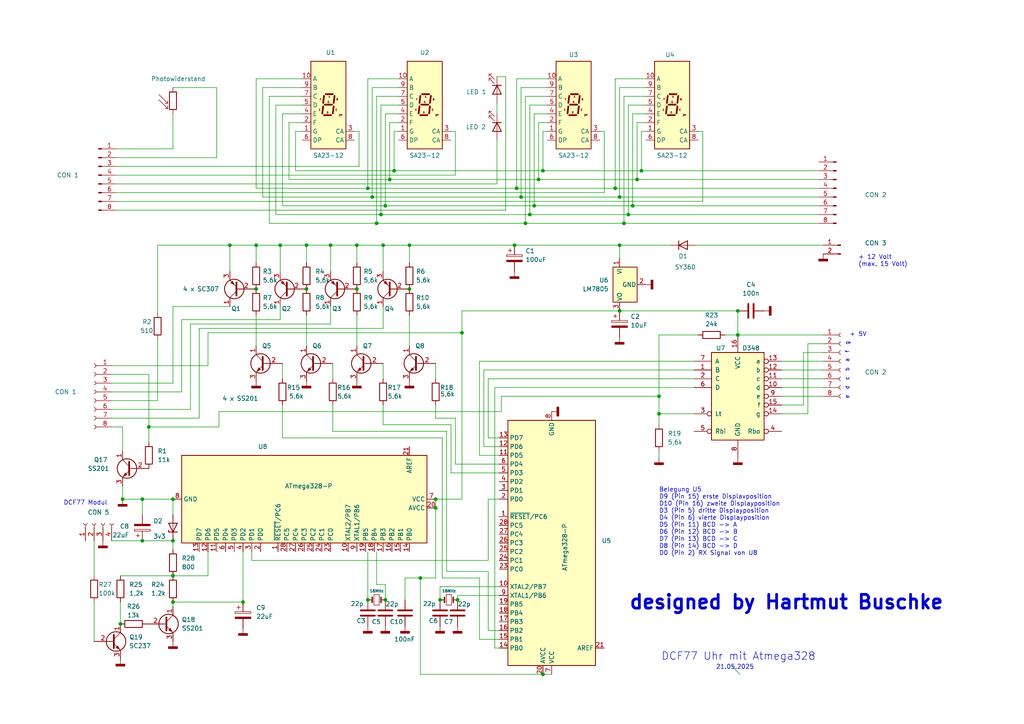
<source format=kicad_sch>
(kicad_sch (version 20230121) (generator eeschema)
  (paper "A4")
  (lib_symbols
    (symbol "74xx:74LS247" (pin_names (offset 1.016))
      (property "Reference" "U" (at -7.62 13.97 0))
      (property "Value" "74LS247" (at -7.62 -13.97 0))
      (symbol "74LS247_1_0"
        (pin input line (at -12.7 7.62 0) (length 5.08) (name "B") (number "1"))
        (pin open_collector inverted (at 12.7 2.54 180) (length 5.08) (name "d") (number "10"))
        (pin open_collector inverted (at 12.7 5.08 180) (length 5.08) (name "c") (number "11"))
        (pin open_collector inverted (at 12.7 7.62 180) (length 5.08) (name "b") (number "12"))
        (pin open_collector inverted (at 12.7 10.16 180) (length 5.08) (name "a") (number "13"))
        (pin open_collector inverted (at 12.7 -5.08 180) (length 5.08) (name "g") (number "14"))
        (pin open_collector inverted (at 12.7 -2.54 180) (length 5.08) (name "f") (number "15"))
        (pin power_in line (at 0 17.78 270) (length 5.08) (name "VCC") (number "16"))
        (pin input line (at -12.7 5.08 0) (length 5.08) (name "C") (number "2"))
        (pin input inverted (at -12.7 -5.08 0) (length 5.08) (name "Lt") (number "3"))
        (pin output inverted (at 12.7 -10.16 180) (length 5.08) (name "Rbo") (number "4"))
        (pin input inverted (at -12.7 -10.16 0) (length 5.08) (name "Rbi") (number "5"))
        (pin input line (at -12.7 2.54 0) (length 5.08) (name "D") (number "6"))
        (pin input line (at -12.7 10.16 0) (length 5.08) (name "A") (number "7"))
        (pin power_in line (at 0 -17.78 90) (length 5.08) (name "GND") (number "8"))
        (pin open_collector inverted (at 12.7 0 180) (length 5.08) (name "e") (number "9"))
      )
    )
    (symbol "Connector:Conn_01x02_Male" (pin_names (offset 1.016) hide)
      (property "Reference" "J" (at 0 2.54 0))
      (property "Value" "Conn_01x02_Male" (at 0 -5.08 0))
      (symbol "Conn_01x02_Male_1_1"
        (pin passive line (at 5.08 0 180) (length 3.81) (name "Pin_1") (number "1"))
        (pin passive line (at 5.08 -2.54 180) (length 3.81) (name "Pin_2") (number "2"))
      )
    )
    (symbol "Connector:Conn_01x04_Female" (pin_names (offset 1.016) hide)
      (property "Reference" "J" (at 0 5.08 0))
      (property "Value" "Conn_01x04_Female" (at 0 -7.62 0))
      (symbol "Conn_01x04_Female_1_1"
        (pin passive line (at -5.08 2.54 0) (length 3.81) (name "Pin_1") (number "1"))
        (pin passive line (at -5.08 0 0) (length 3.81) (name "Pin_2") (number "2"))
        (pin passive line (at -5.08 -2.54 0) (length 3.81) (name "Pin_3") (number "3"))
        (pin passive line (at -5.08 -5.08 0) (length 3.81) (name "Pin_4") (number "4"))
      )
    )
    (symbol "Connector:Conn_01x08_Female" (pin_names (offset 1.016) hide)
      (property "Reference" "J" (at 0 10.16 0))
      (property "Value" "Conn_01x08_Female" (at 0 -12.7 0))
      (symbol "Conn_01x08_Female_1_1"
        (pin passive line (at -5.08 7.62 0) (length 3.81) (name "Pin_1") (number "1"))
        (pin passive line (at -5.08 5.08 0) (length 3.81) (name "Pin_2") (number "2"))
        (pin passive line (at -5.08 2.54 0) (length 3.81) (name "Pin_3") (number "3"))
        (pin passive line (at -5.08 0 0) (length 3.81) (name "Pin_4") (number "4"))
        (pin passive line (at -5.08 -2.54 0) (length 3.81) (name "Pin_5") (number "5"))
        (pin passive line (at -5.08 -5.08 0) (length 3.81) (name "Pin_6") (number "6"))
        (pin passive line (at -5.08 -7.62 0) (length 3.81) (name "Pin_7") (number "7"))
        (pin passive line (at -5.08 -10.16 0) (length 3.81) (name "Pin_8") (number "8"))
      )
    )
    (symbol "Connector:Conn_01x08_Male" (pin_names (offset 1.016) hide)
      (property "Reference" "J" (at 0 10.16 0))
      (property "Value" "Conn_01x08_Male" (at 0 -12.7 0))
      (symbol "Conn_01x08_Male_1_1"
        (pin passive line (at 5.08 7.62 180) (length 3.81) (name "Pin_1") (number "1"))
        (pin passive line (at 5.08 5.08 180) (length 3.81) (name "Pin_2") (number "2"))
        (pin passive line (at 5.08 2.54 180) (length 3.81) (name "Pin_3") (number "3"))
        (pin passive line (at 5.08 0 180) (length 3.81) (name "Pin_4") (number "4"))
        (pin passive line (at 5.08 -2.54 180) (length 3.81) (name "Pin_5") (number "5"))
        (pin passive line (at 5.08 -5.08 180) (length 3.81) (name "Pin_6") (number "6"))
        (pin passive line (at 5.08 -7.62 180) (length 3.81) (name "Pin_7") (number "7"))
        (pin passive line (at 5.08 -10.16 180) (length 3.81) (name "Pin_8") (number "8"))
      )
    )
    (symbol "Device:C" (pin_numbers hide) (pin_names (offset 0.254))
      (property "Reference" "C" (at 0.635 2.54 0))
      (property "Value" "C" (at 0.635 -2.54 0))
      (symbol "C_1_1"
        (pin passive line (at 0 3.81 270) (length 2.794) (name "~") (number "1"))
        (pin passive line (at 0 -3.81 90) (length 2.794) (name "~") (number "2"))
      )
    )
    (symbol "Device:C_Polarized" (pin_numbers hide) (pin_names (offset 0.254))
      (property "Reference" "C" (at 0.635 2.54 0))
      (property "Value" "C_Polarized" (at 0.635 -2.54 0))
      (symbol "C_Polarized_1_1"
        (pin passive line (at 0 3.81 270) (length 2.794) (name "~") (number "1"))
        (pin passive line (at 0 -3.81 90) (length 2.794) (name "~") (number "2"))
      )
    )
    (symbol "Device:Crystal_Small" (pin_numbers hide) (pin_names (offset 1.016) hide)
      (property "Reference" "Y" (at 0 2.54 0))
      (property "Value" "Crystal_Small" (at 0 -2.54 0))
      (symbol "Crystal_Small_1_1"
        (pin passive line (at -2.54 0 0) (length 1.27) (name "1") (number "1"))
        (pin passive line (at 2.54 0 180) (length 1.27) (name "2") (number "2"))
      )
    )
    (symbol "Device:D" (pin_numbers hide) (pin_names (offset 1.016) hide)
      (property "Reference" "D" (at 0 2.54 0))
      (property "Value" "D" (at 0 -2.54 0))
      (symbol "D_1_1"
        (pin passive line (at -3.81 0 0) (length 2.54) (name "K") (number "1"))
        (pin passive line (at 3.81 0 180) (length 2.54) (name "A") (number "2"))
      )
    )
    (symbol "Device:LED" (pin_numbers hide) (pin_names (offset 1.016) hide)
      (property "Reference" "D" (at 0 2.54 0))
      (property "Value" "LED" (at 0 -2.54 0))
      (symbol "LED_1_1"
        (pin passive line (at -3.81 0 0) (length 2.54) (name "K") (number "1"))
        (pin passive line (at 3.81 0 180) (length 2.54) (name "A") (number "2"))
      )
    )
    (symbol "Device:R" (pin_numbers hide) (pin_names (offset 0))
      (property "Reference" "R" (at 2.032 0 90))
      (property "Value" "R" (at 0 0 90))
      (symbol "R_1_1"
        (pin passive line (at 0 3.81 270) (length 1.27) (name "~") (number "1"))
        (pin passive line (at 0 -3.81 90) (length 1.27) (name "~") (number "2"))
      )
    )
    (symbol "Device:R_Photo" (pin_numbers hide) (pin_names (offset 0))
      (property "Reference" "R" (at 1.27 1.27 0))
      (property "Value" "R_Photo" (at 1.27 0 0))
      (symbol "R_Photo_1_1"
        (pin passive line (at 0 3.81 270) (length 1.27) (name "~") (number "1"))
        (pin passive line (at 0 -3.81 90) (length 1.27) (name "~") (number "2"))
      )
    )
    (symbol "Diode:BZD27Cxx" (pin_numbers hide) (pin_names hide)
      (property "Reference" "D" (at 0 2.54 0))
      (property "Value" "BZD27Cxx" (at 0 -2.54 0))
      (symbol "BZD27Cxx_1_1"
        (pin passive line (at -3.81 0 0) (length 2.54) (name "K") (number "1"))
        (pin passive line (at 3.81 0 180) (length 2.54) (name "A") (number "2"))
      )
    )
    (symbol "Display_Character:SA39-11EWA"
      (property "Reference" "U" (at -3.81 13.97 0))
      (property "Value" "SA39-11EWA" (at 6.35 13.97 0))
      (symbol "SA39-11EWA_1_0"
        (text "A" (at 0.254 2.413 0) (effects (font (size 0.508 0.508))))
        (text "B" (at 2.54 1.651 0) (effects (font (size 0.508 0.508))))
        (text "C" (at 2.286 -1.397 0) (effects (font (size 0.508 0.508))))
        (text "D" (at -0.254 -2.159 0) (effects (font (size 0.508 0.508))))
        (text "DP" (at 3.556 -2.921 0) (effects (font (size 0.508 0.508))))
        (text "E" (at -2.54 -1.397 0) (effects (font (size 0.508 0.508))))
        (text "F" (at -2.286 1.651 0) (effects (font (size 0.508 0.508))))
        (text "G" (at 0 0.889 0) (effects (font (size 0.508 0.508))))
      )
      (symbol "SA39-11EWA_1_1"
        (pin input line (at -7.62 -7.62 0) (length 2.54) (name "G") (number "1"))
        (pin input line (at -7.62 7.62 0) (length 2.54) (name "A") (number "10"))
        (pin input line (at -7.62 -5.08 0) (length 2.54) (name "F") (number "2"))
        (pin input line (at 7.62 -7.62 180) (length 2.54) (name "CA") (number "3"))
        (pin input line (at -7.62 -2.54 0) (length 2.54) (name "E") (number "4"))
        (pin input line (at -7.62 0 0) (length 2.54) (name "D") (number "5"))
        (pin input line (at -7.62 -10.16 0) (length 2.54) (name "DP") (number "6"))
        (pin input line (at -7.62 2.54 0) (length 2.54) (name "C") (number "7"))
        (pin input line (at 7.62 -10.16 180) (length 2.54) (name "CA") (number "8"))
        (pin input line (at -7.62 5.08 0) (length 2.54) (name "B") (number "9"))
      )
    )
    (symbol "GNDD_1" (power) (pin_names (offset 0))
      (property "Value" "GNDD_1" (at 0 -3.175 0))
      (symbol "GNDD_1_1_1"
        (pin power_in line (at 0 0 270) (length 0) hide (name "GNDD") (number "1"))
      )
    )
    (symbol "GNDD_2" (power) (pin_names (offset 0))
      (property "Value" "GNDD_2" (at 0 -3.175 0))
      (symbol "GNDD_2_1_1"
        (pin power_in line (at 0 0 270) (length 0) hide (name "GNDD") (number "1"))
      )
    )
    (symbol "GNDD_3" (power) (pin_names (offset 0))
      (property "Value" "GNDD_3" (at 0 -3.175 0))
      (symbol "GNDD_3_1_1"
        (pin power_in line (at 0 0 270) (length 0) hide (name "GNDD") (number "1"))
      )
    )
    (symbol "GNDD_4" (power) (pin_names (offset 0))
      (property "Value" "GNDD_4" (at 0 -3.175 0))
      (symbol "GNDD_4_1_1"
        (pin power_in line (at 0 0 270) (length 0) hide (name "GNDD") (number "1"))
      )
    )
    (symbol "GNDD_5" (power) (pin_names (offset 0))
      (property "Value" "GNDD_5" (at 0 -3.175 0))
      (symbol "GNDD_5_1_1"
        (pin power_in line (at 0 0 270) (length 0) hide (name "GNDD") (number "1"))
      )
    )
    (symbol "GNDD_7" (power) (pin_names (offset 0))
      (property "Value" "GNDD_7" (at 0 -3.175 0))
      (symbol "GNDD_7_1_1"
        (pin power_in line (at 0 0 270) (length 0) hide (name "GNDD") (number "1"))
      )
    )
    (symbol "MCU_Microchip_ATmega:ATmega328-P"
      (property "Reference" "U" (at -12.7 36.83 0))
      (property "Value" "ATmega328-P" (at 2.54 -36.83 0))
      (symbol "ATmega328-P_1_1"
        (pin bidirectional line (at 15.24 -7.62 180) (length 2.54) (name "~{RESET}/PC6") (number "1"))
        (pin bidirectional line (at 15.24 12.7 180) (length 2.54) (name "XTAL2/PB7") (number "10"))
        (pin bidirectional line (at 15.24 -25.4 180) (length 2.54) (name "PD5") (number "11"))
        (pin bidirectional line (at 15.24 -27.94 180) (length 2.54) (name "PD6") (number "12"))
        (pin bidirectional line (at 15.24 -30.48 180) (length 2.54) (name "PD7") (number "13"))
        (pin bidirectional line (at 15.24 30.48 180) (length 2.54) (name "PB0") (number "14"))
        (pin bidirectional line (at 15.24 27.94 180) (length 2.54) (name "PB1") (number "15"))
        (pin bidirectional line (at 15.24 25.4 180) (length 2.54) (name "PB2") (number "16"))
        (pin bidirectional line (at 15.24 22.86 180) (length 2.54) (name "PB3") (number "17"))
        (pin bidirectional line (at 15.24 20.32 180) (length 2.54) (name "PB4") (number "18"))
        (pin bidirectional line (at 15.24 17.78 180) (length 2.54) (name "PB5") (number "19"))
        (pin bidirectional line (at 15.24 -12.7 180) (length 2.54) (name "PD0") (number "2"))
        (pin power_in line (at 2.54 38.1 270) (length 2.54) (name "AVCC") (number "20"))
        (pin passive line (at -15.24 30.48 0) (length 2.54) (name "AREF") (number "21"))
        (pin passive line (at 0 -38.1 90) (length 2.54) hide (name "GND") (number "22"))
        (pin bidirectional line (at 15.24 7.62 180) (length 2.54) (name "PC0") (number "23"))
        (pin bidirectional line (at 15.24 5.08 180) (length 2.54) (name "PC1") (number "24"))
        (pin bidirectional line (at 15.24 2.54 180) (length 2.54) (name "PC2") (number "25"))
        (pin bidirectional line (at 15.24 0 180) (length 2.54) (name "PC3") (number "26"))
        (pin bidirectional line (at 15.24 -2.54 180) (length 2.54) (name "PC4") (number "27"))
        (pin bidirectional line (at 15.24 -5.08 180) (length 2.54) (name "PC5") (number "28"))
        (pin bidirectional line (at 15.24 -15.24 180) (length 2.54) (name "PD1") (number "3"))
        (pin bidirectional line (at 15.24 -17.78 180) (length 2.54) (name "PD2") (number "4"))
        (pin bidirectional line (at 15.24 -20.32 180) (length 2.54) (name "PD3") (number "5"))
        (pin bidirectional line (at 15.24 -22.86 180) (length 2.54) (name "PD4") (number "6"))
        (pin power_in line (at 0 38.1 270) (length 2.54) (name "VCC") (number "7"))
        (pin power_in line (at 0 -38.1 90) (length 2.54) (name "GND") (number "8"))
        (pin bidirectional line (at 15.24 15.24 180) (length 2.54) (name "XTAL1/PB6") (number "9"))
      )
    )
    (symbol "Regulator_Linear:LM7805_TO220" (pin_names (offset 0.254))
      (property "Reference" "U" (at -3.81 3.175 0))
      (property "Value" "LM7805_TO220" (at 0 3.175 0))
      (symbol "LM7805_TO220_1_1"
        (pin power_in line (at -7.62 0 0) (length 2.54) (name "VI") (number "1"))
        (pin power_in line (at 0 -7.62 90) (length 2.54) (name "GND") (number "2"))
        (pin power_out line (at 7.62 0 180) (length 2.54) (name "VO") (number "3"))
      )
    )
    (symbol "Transistor_BJT:BC548" (pin_names (offset 0) hide)
      (property "Reference" "Q" (at 5.08 1.905 0))
      (property "Value" "BC548" (at 5.08 0 0))
      (symbol "BC548_1_1"
        (pin passive line (at 2.54 5.08 270) (length 2.54) (name "C") (number "1"))
        (pin input line (at -5.08 0 0) (length 5.08) (name "B") (number "2"))
        (pin passive line (at 2.54 -5.08 90) (length 2.54) (name "E") (number "3"))
      )
    )
    (symbol "Transistor_BJT:BC558" (pin_names (offset 0) hide)
      (property "Reference" "Q" (at 5.08 1.905 0))
      (property "Value" "BC558" (at 5.08 0 0))
      (symbol "BC558_1_1"
        (pin passive line (at 2.54 5.08 270) (length 2.54) (name "C") (number "1"))
        (pin input line (at -5.08 0 0) (length 5.715) (name "B") (number "2"))
        (pin passive line (at 2.54 -5.08 90) (length 2.54) (name "E") (number "3"))
      )
    )
    (symbol "power:GNDD" (power) (pin_names (offset 0))
      (property "Value" "GNDD" (at 0 -3.175 0))
      (symbol "GNDD_1_1"
        (pin power_in line (at 0 0 270) (length 0) hide (name "GNDD") (number "1"))
      )
    )
  )
  (junction (at 156.21 52.07))
  (junction (at 41.275 144.78))
  (junction (at 41.275 156.845))
  (junction (at 133.985 96.52))
  (junction (at 178.435 54.61))
  (junction (at 50.165 156.845))
  (junction (at 103.505 71.12))
  (junction (at 35.56 144.78))
  (junction (at 153.67 62.23))
  (junction (at 34.925 180.975))
  (junction (at 110.49 62.23))
  (junction (at 126.365 147.32))
  (junction (at 95.885 71.12))
  (junction (at 74.295 71.12))
  (junction (at 103.505 83.82))
  (junction (at 182.245 62.23))
  (junction (at 191.135 114.935))
  (junction (at 118.745 83.82))
  (junction (at 179.705 57.15))
  (junction (at 186.055 49.53))
  (junction (at 113.03 52.07))
  (junction (at 184.785 52.07))
  (junction (at 157.48 49.53))
  (junction (at 43.18 123.825))
  (junction (at 106.68 173.99))
  (junction (at 213.995 97.155))
  (junction (at 118.745 71.12))
  (junction (at 127.635 173.99))
  (junction (at 66.675 71.12))
  (junction (at 111.76 59.69))
  (junction (at 114.3 49.53))
  (junction (at 111.76 173.99))
  (junction (at 213.995 90.17))
  (junction (at 180.975 64.77))
  (junction (at 88.9 71.12))
  (junction (at 191.135 120.015))
  (junction (at 50.165 174.625))
  (junction (at 179.705 71.12))
  (junction (at 151.13 57.15))
  (junction (at 88.9 83.82))
  (junction (at 74.295 83.82))
  (junction (at 183.515 59.69))
  (junction (at 157.48 195.58))
  (junction (at 70.485 174.625))
  (junction (at 132.715 173.99))
  (junction (at 121.92 167.64))
  (junction (at 106.68 54.61))
  (junction (at 81.28 71.12))
  (junction (at 126.365 144.78))
  (junction (at 179.705 90.17))
  (junction (at 149.225 71.12))
  (junction (at 50.165 167.005))
  (junction (at 109.22 64.77))
  (junction (at 50.165 144.78))
  (junction (at 152.4 64.77))
  (junction (at 154.94 59.69))
  (junction (at 111.125 71.12))
  (junction (at 149.86 54.61))
  (junction (at 107.95 57.15))
  (bus_entry (at -67.31 55.88) (size 2.54 2.54))
  (bus_entry (at 212.09 193.04) (size 2.54 2.54))
  (wire (pts (xy 187.325 22.86) (xy 178.435 22.86)))
  (wire (pts (xy 111.76 33.02) (xy 111.76 59.69)))
  (wire (pts (xy 133.985 96.52) (xy 133.985 90.17)))
  (wire (pts (xy 126.365 117.475) (xy 126.365 121.285)))
  (wire (pts (xy 129.54 165.735) (xy 141.605 165.735)))
  (wire (pts (xy 111.125 105.41) (xy 111.125 109.855)))
  (wire (pts (xy 70.485 174.625) (xy 50.165 174.625)))
  (wire (pts (xy 144.145 22.225) (xy 146.685 22.225)))
  (wire (pts (xy 143.51 112.395) (xy 143.51 187.96)))
  (wire (pts (xy 106.68 54.61) (xy 74.295 54.61)))
  (wire (pts (xy 62.865 25.4) (xy 62.865 45.72)))
  (wire (pts (xy 237.49 59.69) (xy 183.515 59.69)))
  (wire (pts (xy 183.515 33.02) (xy 183.515 59.69)))
  (wire (pts (xy 35.56 144.78) (xy 41.275 144.78)))
  (wire (pts (xy 153.67 30.48) (xy 153.67 62.23)))
  (wire (pts (xy 85.725 49.53) (xy 85.725 38.1)))
  (wire (pts (xy 109.22 27.94) (xy 109.22 64.77)))
  (wire (pts (xy 175.26 55.88) (xy 33.655 55.88)))
  (wire (pts (xy 121.92 167.64) (xy 126.365 167.64)))
  (wire (pts (xy 95.885 88.9) (xy 95.885 93.98)))
  (wire (pts (xy 151.13 25.4) (xy 151.13 57.15)))
  (wire (pts (xy 34.925 167.005) (xy 50.165 167.005)))
  (wire (pts (xy 237.49 64.77) (xy 180.975 64.77)))
  (wire (pts (xy 237.49 62.23) (xy 182.245 62.23)))
  (wire (pts (xy 133.985 96.52) (xy 133.985 144.78)))
  (wire (pts (xy 118.745 71.12) (xy 111.125 71.12)))
  (wire (pts (xy 113.03 35.56) (xy 113.03 52.07)))
  (wire (pts (xy 187.325 33.02) (xy 183.515 33.02)))
  (wire (pts (xy 88.9 71.12) (xy 88.9 76.2)))
  (wire (pts (xy 149.225 71.12) (xy 179.705 71.12)))
  (wire (pts (xy 132.08 134.62) (xy 144.78 134.62)))
  (wire (pts (xy 156.21 35.56) (xy 156.21 52.07)))
  (wire (pts (xy 78.105 27.94) (xy 87.63 27.94)))
  (wire (pts (xy 117.475 167.64) (xy 121.92 167.64)))
  (wire (pts (xy 111.125 71.12) (xy 111.125 78.74)))
  (wire (pts (xy 81.28 71.12) (xy 81.28 78.74)))
  (wire (pts (xy 186.055 49.53) (xy 237.49 49.53)))
  (wire (pts (xy 78.105 64.77) (xy 78.105 27.94)))
  (wire (pts (xy 63.5 119.38) (xy 63.5 123.825)))
  (wire (pts (xy 149.86 22.86) (xy 149.86 54.61)))
  (wire (pts (xy 234.315 120.015) (xy 226.695 120.015)))
  (wire (pts (xy 187.325 30.48) (xy 182.245 30.48)))
  (wire (pts (xy 130.81 38.1) (xy 132.08 38.1)))
  (wire (pts (xy 158.75 22.86) (xy 149.86 22.86)))
  (wire (pts (xy 144.78 132.08) (xy 139.065 132.08)))
  (wire (pts (xy 149.86 54.61) (xy 178.435 54.61)))
  (wire (pts (xy 50.165 174.625) (xy 50.165 175.895)))
  (wire (pts (xy 178.435 54.61) (xy 237.49 54.61)))
  (wire (pts (xy 32.385 123.825) (xy 35.56 123.825)))
  (wire (pts (xy 27.305 174.625) (xy 27.305 186.055)))
  (wire (pts (xy 141.605 144.78) (xy 144.78 144.78)))
  (wire (pts (xy 32.385 108.585) (xy 43.18 108.585)))
  (wire (pts (xy 103.505 71.12) (xy 95.885 71.12)))
  (wire (pts (xy 76.2 57.15) (xy 107.95 57.15)))
  (wire (pts (xy 213.995 90.17) (xy 179.705 90.17)))
  (wire (pts (xy 63.5 123.825) (xy 43.18 123.825)))
  (wire (pts (xy 50.165 156.845) (xy 50.165 159.385)))
  (wire (pts (xy 104.14 38.1) (xy 104.14 48.26)))
  (wire (pts (xy 33.655 58.42) (xy 203.835 58.42)))
  (wire (pts (xy 66.675 71.12) (xy 66.675 78.74)))
  (wire (pts (xy 158.75 30.48) (xy 153.67 30.48)))
  (wire (pts (xy 129.54 165.735) (xy 129.54 125.095)))
  (wire (pts (xy 133.985 90.17) (xy 179.705 90.17)))
  (wire (pts (xy 106.68 22.86) (xy 106.68 54.61)))
  (wire (pts (xy 152.4 27.94) (xy 152.4 64.77)))
  (wire (pts (xy 127.635 170.18) (xy 127.635 173.99)))
  (wire (pts (xy 202.565 97.155) (xy 191.135 97.155)))
  (wire (pts (xy 35.56 123.825) (xy 35.56 130.81)))
  (wire (pts (xy 32.385 118.745) (xy 55.245 118.745)))
  (wire (pts (xy 226.695 114.935) (xy 238.76 114.935)))
  (wire (pts (xy 81.915 127) (xy 128.27 127)))
  (wire (pts (xy 132.08 121.285) (xy 132.08 134.62)))
  (wire (pts (xy 130.81 137.16) (xy 144.78 137.16)))
  (wire (pts (xy 114.3 49.53) (xy 157.48 49.53)))
  (wire (pts (xy 43.18 108.585) (xy 43.18 123.825)))
  (wire (pts (xy 139.065 167.64) (xy 139.065 185.42)))
  (wire (pts (xy 107.95 57.15) (xy 151.13 57.15)))
  (wire (pts (xy 73.025 162.56) (xy 141.605 162.56)))
  (wire (pts (xy 226.695 112.395) (xy 238.76 112.395)))
  (wire (pts (xy 118.745 71.12) (xy 118.745 76.2)))
  (wire (pts (xy 187.325 35.56) (xy 184.785 35.56)))
  (wire (pts (xy 52.705 113.665) (xy 52.705 92.71)))
  (wire (pts (xy 144.78 127) (xy 141.605 127)))
  (wire (pts (xy 88.9 71.12) (xy 81.28 71.12)))
  (wire (pts (xy 132.715 172.72) (xy 132.715 173.99)))
  (wire (pts (xy 115.57 22.86) (xy 106.68 22.86)))
  (wire (pts (xy 153.67 62.23) (xy 110.49 62.23)))
  (wire (pts (xy 81.28 88.9) (xy 81.28 92.71)))
  (wire (pts (xy 81.915 105.41) (xy 81.915 109.855)))
  (wire (pts (xy 55.245 93.98) (xy 55.245 118.745)))
  (wire (pts (xy 182.245 30.48) (xy 182.245 62.23)))
  (wire (pts (xy 158.75 27.94) (xy 152.4 27.94)))
  (wire (pts (xy 81.915 59.69) (xy 81.915 33.02)))
  (wire (pts (xy 111.125 71.12) (xy 103.505 71.12)))
  (wire (pts (xy 74.295 71.12) (xy 66.675 71.12)))
  (wire (pts (xy 179.705 71.12) (xy 179.705 74.93)))
  (wire (pts (xy 146.685 22.225) (xy 146.685 60.96)))
  (wire (pts (xy 109.22 169.545) (xy 111.76 169.545)))
  (wire (pts (xy 210.185 97.155) (xy 213.995 97.155)))
  (wire (pts (xy 60.325 160.02) (xy 60.325 167.005)))
  (wire (pts (xy 50.165 111.125) (xy 50.165 88.9)))
  (wire (pts (xy 238.76 99.695) (xy 234.315 99.695)))
  (wire (pts (xy 187.325 25.4) (xy 179.705 25.4)))
  (wire (pts (xy 128.27 127) (xy 128.27 167.64)))
  (wire (pts (xy 115.57 35.56) (xy 113.03 35.56)))
  (wire (pts (xy 115.57 27.94) (xy 109.22 27.94)))
  (wire (pts (xy 202.565 38.1) (xy 203.835 38.1)))
  (wire (pts (xy 191.135 120.015) (xy 201.295 120.015)))
  (wire (pts (xy 95.885 93.98) (xy 55.245 93.98)))
  (wire (pts (xy 66.675 88.9) (xy 50.165 88.9)))
  (wire (pts (xy 74.295 71.12) (xy 74.295 76.2)))
  (wire (pts (xy 179.705 71.12) (xy 194.31 71.12)))
  (wire (pts (xy 113.03 52.07) (xy 83.82 52.07)))
  (wire (pts (xy 95.885 71.12) (xy 95.885 78.74)))
  (wire (pts (xy 50.165 25.4) (xy 62.865 25.4)))
  (wire (pts (xy 45.72 90.805) (xy 45.72 71.12)))
  (wire (pts (xy 213.995 97.155) (xy 238.76 97.155)))
  (wire (pts (xy 60.325 96.52) (xy 133.985 96.52)))
  (wire (pts (xy 85.725 38.1) (xy 87.63 38.1)))
  (wire (pts (xy 178.435 22.86) (xy 178.435 54.61)))
  (wire (pts (xy 62.865 45.72) (xy 33.655 45.72)))
  (wire (pts (xy 132.08 50.8) (xy 33.655 50.8)))
  (wire (pts (xy 175.26 38.1) (xy 175.26 55.88)))
  (wire (pts (xy 83.82 35.56) (xy 87.63 35.56)))
  (wire (pts (xy 83.82 52.07) (xy 83.82 35.56)))
  (wire (pts (xy 115.57 33.02) (xy 111.76 33.02)))
  (wire (pts (xy 70.485 160.02) (xy 70.485 174.625)))
  (wire (pts (xy 139.065 167.64) (xy 128.27 167.64)))
  (wire (pts (xy 73.025 160.02) (xy 73.025 162.56)))
  (wire (pts (xy 110.49 62.23) (xy 80.01 62.23)))
  (wire (pts (xy 141.605 182.88) (xy 144.78 182.88)))
  (wire (pts (xy 109.22 64.77) (xy 78.105 64.77)))
  (wire (pts (xy 145.415 119.38) (xy 63.5 119.38)))
  (wire (pts (xy 180.975 64.77) (xy 152.4 64.77)))
  (wire (pts (xy 139.065 104.775) (xy 201.295 104.775)))
  (wire (pts (xy 110.49 30.48) (xy 110.49 62.23)))
  (wire (pts (xy 213.995 90.17) (xy 213.995 97.155)))
  (wire (pts (xy 103.505 71.12) (xy 103.505 76.2)))
  (wire (pts (xy 111.76 169.545) (xy 111.76 173.99)))
  (wire (pts (xy 35.56 140.97) (xy 35.56 144.78)))
  (wire (pts (xy 179.705 57.15) (xy 237.49 57.15)))
  (wire (pts (xy 41.275 156.845) (xy 50.165 156.845)))
  (wire (pts (xy 158.75 33.02) (xy 154.94 33.02)))
  (wire (pts (xy 102.87 38.1) (xy 104.14 38.1)))
  (wire (pts (xy 34.925 174.625) (xy 34.925 180.975)))
  (wire (pts (xy 233.045 117.475) (xy 226.695 117.475)))
  (wire (pts (xy 103.505 91.44) (xy 103.505 100.33)))
  (wire (pts (xy 146.685 60.96) (xy 33.655 60.96)))
  (wire (pts (xy 145.415 114.935) (xy 145.415 119.38)))
  (wire (pts (xy 115.57 25.4) (xy 107.95 25.4)))
  (wire (pts (xy 139.065 185.42) (xy 144.78 185.42)))
  (wire (pts (xy 183.515 59.69) (xy 154.94 59.69)))
  (wire (pts (xy 74.295 91.44) (xy 74.295 100.33)))
  (wire (pts (xy 96.52 125.095) (xy 129.54 125.095)))
  (wire (pts (xy 80.01 62.23) (xy 80.01 30.48)))
  (wire (pts (xy 226.695 107.315) (xy 238.76 107.315)))
  (wire (pts (xy 126.365 105.41) (xy 126.365 109.855)))
  (wire (pts (xy 141.605 109.855) (xy 201.295 109.855)))
  (wire (pts (xy 184.785 52.07) (xy 156.21 52.07)))
  (wire (pts (xy 118.745 91.44) (xy 118.745 100.33)))
  (wire (pts (xy 238.76 102.235) (xy 233.045 102.235)))
  (wire (pts (xy 45.72 71.12) (xy 66.675 71.12)))
  (wire (pts (xy 141.605 165.735) (xy 141.605 182.88)))
  (wire (pts (xy 144.145 29.845) (xy 144.145 33.02)))
  (wire (pts (xy 132.08 38.1) (xy 132.08 50.8)))
  (wire (pts (xy 76.2 25.4) (xy 87.63 25.4)))
  (wire (pts (xy 180.975 27.94) (xy 180.975 64.77)))
  (wire (pts (xy 182.245 62.23) (xy 153.67 62.23)))
  (wire (pts (xy 160.02 195.58) (xy 157.48 195.58)))
  (wire (pts (xy 88.9 91.44) (xy 88.9 100.33)))
  (wire (pts (xy 144.78 129.54) (xy 140.335 129.54)))
  (wire (pts (xy 76.2 57.15) (xy 76.2 25.4)))
  (wire (pts (xy 32.385 156.845) (xy 41.275 156.845)))
  (wire (pts (xy 50.165 43.18) (xy 33.655 43.18)))
  (wire (pts (xy 157.48 38.1) (xy 157.48 49.53)))
  (wire (pts (xy 184.785 35.56) (xy 184.785 52.07)))
  (wire (pts (xy 234.315 99.695) (xy 234.315 120.015)))
  (wire (pts (xy 149.86 54.61) (xy 106.68 54.61)))
  (wire (pts (xy 81.28 92.71) (xy 52.705 92.71)))
  (wire (pts (xy 187.325 38.1) (xy 186.055 38.1)))
  (wire (pts (xy 144.78 172.72) (xy 132.715 172.72)))
  (wire (pts (xy 140.335 107.315) (xy 201.295 107.315)))
  (wire (pts (xy 191.135 97.155) (xy 191.135 114.935)))
  (wire (pts (xy 191.135 114.935) (xy 191.135 120.015)))
  (wire (pts (xy 111.125 88.9) (xy 111.125 95.25)))
  (wire (pts (xy 126.365 147.32) (xy 126.365 167.64)))
  (wire (pts (xy 50.165 144.78) (xy 50.165 149.225)))
  (wire (pts (xy 32.385 106.045) (xy 60.325 106.045)))
  (wire (pts (xy 118.745 71.12) (xy 149.225 71.12)))
  (wire (pts (xy 144.145 40.64) (xy 144.145 53.34)))
  (wire (pts (xy 152.4 64.77) (xy 109.22 64.77)))
  (wire (pts (xy 81.915 117.475) (xy 81.915 127)))
  (wire (pts (xy 74.295 54.61) (xy 74.295 22.86)))
  (wire (pts (xy 107.95 25.4) (xy 107.95 57.15)))
  (wire (pts (xy 226.695 109.855) (xy 238.76 109.855)))
  (wire (pts (xy 144.145 53.34) (xy 33.655 53.34)))
  (wire (pts (xy 154.94 59.69) (xy 111.76 59.69)))
  (wire (pts (xy 114.3 38.1) (xy 114.3 49.53)))
  (wire (pts (xy 140.335 129.54) (xy 140.335 107.315)))
  (wire (pts (xy 32.385 113.665) (xy 52.705 113.665)))
  (wire (pts (xy 32.385 121.285) (xy 57.785 121.285)))
  (wire (pts (xy 115.57 30.48) (xy 110.49 30.48)))
  (wire (pts (xy 104.14 48.26) (xy 33.655 48.26)))
  (wire (pts (xy 201.93 71.12) (xy 238.76 71.12)))
  (wire (pts (xy 41.275 144.78) (xy 50.165 144.78)))
  (wire (pts (xy 85.725 49.53) (xy 114.3 49.53)))
  (wire (pts (xy 156.21 52.07) (xy 113.03 52.07)))
  (wire (pts (xy 203.835 38.1) (xy 203.835 58.42)))
  (wire (pts (xy 143.51 112.395) (xy 201.295 112.395)))
  (wire (pts (xy 74.295 22.86) (xy 87.63 22.86)))
  (wire (pts (xy 115.57 38.1) (xy 114.3 38.1)))
  (wire (pts (xy 50.165 33.02) (xy 50.165 43.18)))
  (wire (pts (xy 27.305 156.845) (xy 27.305 167.005)))
  (wire (pts (xy 96.52 117.475) (xy 96.52 125.095)))
  (wire (pts (xy 41.275 144.78) (xy 41.275 149.225)))
  (wire (pts (xy 96.52 105.41) (xy 96.52 109.855)))
  (wire (pts (xy 109.22 160.02) (xy 109.22 169.545)))
  (wire (pts (xy 233.045 102.235) (xy 233.045 117.475)))
  (wire (pts (xy 126.365 121.285) (xy 132.08 121.285)))
  (wire (pts (xy 141.605 127) (xy 141.605 109.855)))
  (wire (pts (xy 60.325 167.005) (xy 50.165 167.005)))
  (wire (pts (xy 80.01 30.48) (xy 87.63 30.48)))
  (wire (pts (xy 57.785 95.25) (xy 57.785 121.285)))
  (wire (pts (xy 139.065 132.08) (xy 139.065 104.775)))
  (wire (pts (xy 186.055 38.1) (xy 186.055 49.53)))
  (wire (pts (xy 191.135 130.81) (xy 191.135 132.715)))
  (wire (pts (xy 158.75 25.4) (xy 151.13 25.4)))
  (wire (pts (xy 191.135 120.015) (xy 191.135 123.19)))
  (wire (pts (xy 32.385 111.125) (xy 50.165 111.125)))
  (wire (pts (xy 154.94 33.02) (xy 154.94 59.69)))
  (wire (pts (xy 111.125 117.475) (xy 111.125 123.19)))
  (wire (pts (xy 60.325 106.045) (xy 60.325 96.52)))
  (wire (pts (xy 226.695 104.775) (xy 238.76 104.775)))
  (wire (pts (xy 144.78 170.18) (xy 127.635 170.18)))
  (wire (pts (xy 191.135 114.935) (xy 145.415 114.935)))
  (wire (pts (xy 121.92 195.58) (xy 157.48 195.58)))
  (wire (pts (xy 143.51 187.96) (xy 144.78 187.96)))
  (wire (pts (xy 111.125 123.19) (xy 130.81 123.19)))
  (wire (pts (xy 45.72 116.205) (xy 32.385 116.205)))
  (wire (pts (xy 237.49 52.07) (xy 184.785 52.07)))
  (wire (pts (xy 81.915 33.02) (xy 87.63 33.02)))
  (wire (pts (xy 187.325 27.94) (xy 180.975 27.94)))
  (wire (pts (xy 133.985 144.78) (xy 126.365 144.78)))
  (wire (pts (xy 158.75 35.56) (xy 156.21 35.56)))
  (wire (pts (xy 111.125 95.25) (xy 57.785 95.25)))
  (wire (pts (xy 121.92 167.64) (xy 121.92 195.58)))
  (wire (pts (xy 81.28 71.12) (xy 74.295 71.12)))
  (wire (pts (xy 157.48 49.53) (xy 186.055 49.53)))
  (wire (pts (xy 117.475 167.64) (xy 117.475 173.99)))
  (wire (pts (xy 106.68 160.02) (xy 106.68 173.99)))
  (wire (pts (xy 130.81 123.19) (xy 130.81 137.16)))
  (wire (pts (xy 43.18 123.825) (xy 43.18 128.27)))
  (wire (pts (xy 126.365 144.78) (xy 126.365 147.32)))
  (wire (pts (xy 95.885 71.12) (xy 88.9 71.12)))
  (wire (pts (xy 45.72 98.425) (xy 45.72 116.205)))
  (wire (pts (xy 158.75 38.1) (xy 157.48 38.1)))
  (wire (pts (xy 151.13 57.15) (xy 179.705 57.15)))
  (wire (pts (xy 111.76 59.69) (xy 81.915 59.69)))
  (wire (pts (xy 141.605 162.56) (xy 141.605 144.78)))
  (wire (pts (xy 179.705 25.4) (xy 179.705 57.15)))
  (wire (pts (xy 173.99 38.1) (xy 175.26 38.1)))
  (text "+ 5V" (at 246.38 97.79 0) (effects (font (size 1.27 1.27)) (justify left bottom)))
  (text "designed by Hartmut Buschke" (at 182.245 177.165 0) (effects (font (size 4 4) (thickness 0.8) bold) (justify left bottom)))
  (text "+ 12 Volt\n(max. 15 Volt)" (at 248.92 77.47 0) (effects (font (size 1.27 1.27)) (justify left bottom)))
  (text "DCF77 Modul" (at 18.415 146.685 0) (effects (font (size 1.27 1.27)) (justify left bottom)))
  (text "e  d  c  b  a  f  g" (at 246.38 99.06 90) (effects (font (size 1.1 1.1)) (justify right bottom)))
  (text "DCF77 Uhr mit Atmega328\n" (at 191.77 191.77 0) (effects (font (size 2.2 2.2)) (justify left bottom)))
  (text "21.05.2025" (at 207.645 194.31 0) (effects (font (size 1.27 1.27)) (justify left bottom)))
  (text "\nBelegung U5\nD9 (Pin 15) erste Displavposition\nD10 (Pin 16) zweite Displayposition\nD3 (Pin 5) dritte Displayposition\nD4 (Pin 6) vierte Displayposition\nD5 (Pin 11) BCD -> A\nD6 (Pin 12) BCD -> B\nD7 (Pin 13) BCD -> C\nD8 (Pin 14) BCD -> D\nD0 (Pin 2) RX Signal von U8\n" (at 191.135 161.29 0) (effects (font (size 1.27 1.27)) (justify left bottom)))
  (symbol (lib_id "Device:R") (at 191.135 127 0) (unit 1)
    (property "Reference" "R19" (at 193.675 125.73 0) (effects (justify left)))
    (property "Value" "5,6k" (at 193.675 128.27 0) (effects (justify left)))
  )
  (symbol (lib_id "Transistor_BJT:BC548") (at 106.045 105.41 0) (mirror y) (unit 1)
    (property "Reference" "Q7" (at 107.95 100.33 0) (effects (justify left)))
    (property "Value" "BC548" (effects hide))
    (property "Footprint" "Package_TO_SOT_THT:TO-92_Inline" (effects hide))
    (property "Datasheet" "https://www.onsemi.com/pub/Collateral/BC550-D.pdf" (effects hide))
  )
  (symbol (lib_id "Device:R") (at 38.735 180.975 90) (unit 1)
    (property "Reference" "R26" (at 38.735 175.895 90))
    (property "Value" "13k" (at 38.735 178.435 90))
  )
  (symbol (lib_name "GNDD_3") (lib_id "power:GNDD") (at 70.485 182.245 0) (mirror y) (unit 1)
    (property "Reference" "#PWR03" (effects hide))
    (property "Value" "GNDD" (effects hide))
  )
  (symbol (lib_id "Connector:Conn_01x02_Male") (at 243.84 71.12 0) (mirror y) (unit 1)
    (property "Reference" "J?" (effects hide))
    (property "Value" "CON 3" (at 250.825 70.485 0) (effects (justify right)))
  )
  (symbol (lib_name "GNDD_2") (lib_id "power:GNDD") (at 111.76 181.61 0) (mirror y) (unit 1)
    (property "Reference" "#PWR09" (effects hide))
    (property "Value" "GNDD" (effects hide))
  )
  (symbol (lib_id "Device:R") (at 118.745 80.01 0) (unit 1)
    (property "Reference" "R6" (at 120.65 78.7399 0) (effects (justify left)))
    (property "Value" "5,6k" (at 120.65 81.2799 0) (effects (justify left)))
  )
  (symbol (lib_id "Display_Character:SA39-11EWA") (at 95.25 30.48 0) (unit 1)
    (property "Reference" "U1" (at 95.885 15.24 0))
    (property "Value" "SA23-12" (at 95.25 45.085 0))
    (property "Footprint" "Display_7Segment:Sx39-1xxxxx" (effects hide))
    (property "Datasheet" "http://www.kingbrightusa.com/images/catalog/SPEC/sa39-11ewa.pdf" (effects hide))
  )
  (symbol (lib_id "Device:Crystal_Small") (at 130.175 173.99 180) (unit 1)
    (property "Reference" "Y1" (effects hide))
    (property "Value" "16MHz" (at 130.2173 171.4061 0) (effects (font (size 0.8 0.8))))
  )
  (symbol (lib_id "Device:R") (at 50.165 170.815 0) (unit 1)
    (property "Reference" "R24" (at 43.815 169.545 0) (effects (justify left)))
    (property "Value" "1,2k" (at 43.815 172.085 0) (effects (justify left)))
  )
  (symbol (lib_id "power:GNDD") (at 29.845 156.845 0) (unit 1)
    (property "Reference" "#PWR?" (effects hide))
    (property "Value" "GNDD" (effects hide))
  )
  (symbol (lib_name "GNDD_2") (lib_id "power:GNDD") (at 132.715 181.61 0) (mirror y) (unit 1)
    (property "Reference" "#PWR02" (effects hide))
    (property "Value" "GNDD" (effects hide))
  )
  (symbol (lib_id "power:GNDD") (at 35.56 144.78 0) (mirror y) (unit 1)
    (property "Reference" "#PWR?" (effects hide))
    (property "Value" "GNDD" (effects hide))
  )
  (symbol (lib_id "MCU_Microchip_ATmega:ATmega328-P") (at 88.265 144.78 270) (unit 1)
    (property "Reference" "U8" (at 76.2 129.54 90))
    (property "Value" "ATmega328-P" (at 89.535 140.97 90))
    (property "Footprint" "Package_DIP:DIP-28_W7.62mm" (effects hide))
    (property "Datasheet" "http://ww1.microchip.com/downloads/en/DeviceDoc/ATmega328_P%20AVR%20MCU%20with%20picoPower%20Technology%20Data%20Sheet%2040001984A.pdf" (effects hide))
  )
  (symbol (lib_id "power:GNDD") (at 213.995 132.715 0) (unit 1)
    (property "Reference" "#PWR?" (effects hide))
    (property "Value" "GNDD" (effects hide))
  )
  (symbol (lib_id "MCU_Microchip_ATmega:ATmega328-P") (at 160.02 157.48 180) (unit 1)
    (property "Reference" "U5" (at 175.895 156.845 0))
    (property "Value" "ATmega328-P" (at 163.83 158.75 90))
    (property "Footprint" "Package_DIP:DIP-28_W7.62mm" (effects hide))
    (property "Datasheet" "http://ww1.microchip.com/downloads/en/DeviceDoc/ATmega328_P%20AVR%20MCU%20with%20picoPower%20Technology%20Data%20Sheet%2040001984A.pdf" (effects hide))
  )
  (symbol (lib_id "Transistor_BJT:BC558") (at 113.665 83.82 180) (unit 1)
    (property "Reference" "Q4" (at 114.3 89.535 0) (effects (justify left)))
    (property "Value" "BC558" (effects hide))
    (property "Footprint" "Package_TO_SOT_THT:TO-92_Inline" (effects hide))
    (property "Datasheet" "https://www.onsemi.com/pub/Collateral/BC556BTA-D.pdf" (effects hide))
  )
  (symbol (lib_id "Device:Crystal_Small") (at 109.22 173.99 180) (unit 1)
    (property "Reference" "Y2" (effects hide))
    (property "Value" "16MHz" (at 109.2623 171.4061 0) (effects (font (size 0.8 0.8))))
  )
  (symbol (lib_id "Transistor_BJT:BC548") (at 91.44 105.41 0) (mirror y) (unit 1)
    (property "Reference" "Q6" (at 93.345 100.33 0) (effects (justify left)))
    (property "Value" "BC548" (effects hide))
    (property "Footprint" "Package_TO_SOT_THT:TO-92_Inline" (effects hide))
    (property "Datasheet" "https://www.onsemi.com/pub/Collateral/BC550-D.pdf" (effects hide))
  )
  (symbol (lib_id "Connector:Conn_01x04_Female") (at 27.305 151.765 90) (unit 1)
    (property "Reference" "J?" (effects hide))
    (property "Value" "CON 5" (at 28.575 148.59 90))
  )
  (symbol (lib_id "power:GNDD") (at 74.295 110.49 0) (unit 1)
    (property "Reference" "#PWR?" (effects hide))
    (property "Value" "GNDD" (effects hide))
  )
  (symbol (lib_id "Device:R") (at 206.375 97.155 270) (unit 1)
    (property "Reference" "R23" (at 206.375 91.44 90))
    (property "Value" "24k" (at 206.375 93.98 90))
  )
  (symbol (lib_id "Device:R") (at 111.125 113.665 0) (unit 1)
    (property "Reference" "R17" (at 112.395 112.395 0) (effects (justify left)))
    (property "Value" "5,6k" (at 112.395 114.935 0) (effects (justify left)))
  )
  (symbol (lib_name "GNDD_1") (lib_id "power:GNDD") (at 106.68 181.61 0) (unit 1)
    (property "Reference" "#PWR08" (effects hide))
    (property "Value" "GNDD" (effects hide))
  )
  (symbol (lib_id "Transistor_BJT:BC548") (at 32.385 186.055 0) (unit 1)
    (property "Reference" "Q19" (at 37.465 184.785 0) (effects (justify left)))
    (property "Value" "SC237" (at 37.465 187.325 0) (effects (justify left)))
    (property "Footprint" "Package_TO_SOT_THT:TO-92_Inline" (effects hide))
    (property "Datasheet" "https://www.onsemi.com/pub/Collateral/BC550-D.pdf" (effects hide))
  )
  (symbol (lib_id "Device:R") (at 34.925 170.815 0) (unit 1)
    (property "Reference" "R25" (at 37.465 169.545 0) (effects (justify left)))
    (property "Value" "1,2k" (at 37.465 172.085 0) (effects (justify left)))
  )
  (symbol (lib_id "Transistor_BJT:BC548") (at 121.285 105.41 0) (mirror y) (unit 1)
    (property "Reference" "Q8" (at 123.19 100.33 0) (effects (justify left)))
    (property "Value" "BC548" (effects hide))
    (property "Footprint" "Package_TO_SOT_THT:TO-92_Inline" (effects hide))
    (property "Datasheet" "https://www.onsemi.com/pub/Collateral/BC550-D.pdf" (effects hide))
  )
  (symbol (lib_id "Device:R") (at 88.9 80.01 0) (unit 1)
    (property "Reference" "R4" (at 91.44 78.7399 0) (effects (justify left)))
    (property "Value" "5,6k" (at 91.44 81.2799 0) (effects (justify left)))
  )
  (symbol (lib_id "74xx:74LS247") (at 213.995 114.935 0) (unit 1)
    (property "Reference" "U7" (at 207.645 100.965 0) (effects (justify left)))
    (property "Value" "D348" (at 215.265 100.965 0) (effects (justify left)))
    (property "Datasheet" "http://www.ti.com/lit/gpn/sn74LS247" (effects hide))
  )
  (symbol (lib_id "power:GNDD") (at 88.9 110.49 0) (unit 1)
    (property "Reference" "#PWR?" (effects hide))
    (property "Value" "GNDD" (effects hide))
  )
  (symbol (lib_id "Device:C") (at 106.68 177.8 180) (unit 1)
    (property "Reference" "C3" (at 106.0909 180.0581 0) (effects (justify left)))
    (property "Value" "22p" (at 105.465 175.0989 0) (effects (justify left)))
  )
  (symbol (lib_id "Device:R") (at 103.505 80.01 0) (unit 1)
    (property "Reference" "R5" (at 105.41 78.7399 0) (effects (justify left)))
    (property "Value" "5,6k" (at 105.41 81.2799 0) (effects (justify left)))
  )
  (symbol (lib_id "Device:R") (at 74.295 87.63 0) (unit 1)
    (property "Reference" "R7" (at 76.2 86.3599 0) (effects (justify left)))
    (property "Value" "5,6k" (at 76.2 88.8999 0) (effects (justify left)))
  )
  (symbol (lib_id "power:GNDD") (at 238.76 73.66 0) (unit 1)
    (property "Reference" "#PWR?" (effects hide))
    (property "Value" "GNDD" (effects hide))
  )
  (symbol (lib_id "Connector:Conn_01x08_Female") (at 27.305 113.665 0) (mirror y) (unit 1)
    (property "Reference" "J?" (effects hide))
    (property "Value" "CON 1" (at 19.05 113.665 0))
  )
  (symbol (lib_id "power:GNDD") (at 117.475 181.61 0) (unit 1)
    (property "Reference" "#PWR?" (effects hide))
    (property "Value" "GNDD" (effects hide))
  )
  (symbol (lib_id "power:GNDD") (at 149.225 78.74 0) (unit 1)
    (property "Reference" "#PWR?" (effects hide))
    (property "Value" "GNDD" (effects hide))
  )
  (symbol (lib_id "Device:R") (at 45.72 94.615 0) (unit 1)
    (property "Reference" "R2" (at 41.275 93.345 0) (effects (justify left)))
    (property "Value" "510" (at 40.64 95.885 0) (effects (justify left)))
  )
  (symbol (lib_id "Device:C_Polarized") (at 41.275 153.035 0) (mirror x) (unit 1)
    (property "Reference" "C8" (at 37.465 152.654 0) (effects (justify right)))
    (property "Value" "22uF" (at 37.465 155.194 0) (effects (justify right)))
  )
  (symbol (lib_id "Device:LED") (at 144.145 26.035 270) (unit 1)
    (property "Reference" "D?" (effects hide))
    (property "Value" "LED 1" (at 135.255 26.67 90) (effects (justify left)))
  )
  (symbol (lib_id "Device:R") (at 43.18 132.08 0) (unit 1)
    (property "Reference" "R1" (at 45.72 130.81 0) (effects (justify left)))
    (property "Value" "11k" (at 45.72 133.35 0) (effects (justify left)))
  )
  (symbol (lib_id "Device:C") (at 117.475 177.8 0) (unit 1)
    (property "Reference" "C10" (at 113.03 180.34 0) (effects (justify left)))
    (property "Value" "100nF" (at 114.3 185.42 0) (effects (justify left)))
  )
  (symbol (lib_id "Device:C") (at 111.76 177.8 180) (unit 1)
    (property "Reference" "C5" (at 110.49 180.34 0) (effects (justify left)))
    (property "Value" "22p" (at 115.5996 175.1971 0) (effects (justify left)))
  )
  (symbol (lib_id "Connector:Conn_01x08_Male") (at 28.575 50.8 0) (unit 1)
    (property "Reference" "J?" (effects hide))
    (property "Value" "CON 1" (at 19.685 50.8 0))
  )
  (symbol (lib_id "Device:R") (at 96.52 113.665 0) (unit 1)
    (property "Reference" "R16" (at 97.79 112.395 0) (effects (justify left)))
    (property "Value" "5,6k" (at 97.79 114.935 0) (effects (justify left)))
  )
  (symbol (lib_id "Device:R") (at 126.365 113.665 0) (unit 1)
    (property "Reference" "R18" (at 127.635 112.395 0) (effects (justify left)))
    (property "Value" "5,6k" (at 127.635 114.3 0) (effects (justify left)))
  )
  (symbol (lib_id "Device:R") (at 74.295 80.01 0) (unit 1)
    (property "Reference" "R3" (at 76.2 78.7399 0) (effects (justify left)))
    (property "Value" "5,6k" (at 76.2 81.2799 0) (effects (justify left)))
  )
  (symbol (lib_id "Device:R") (at 50.165 163.195 0) (unit 1)
    (property "Reference" "R28" (at 52.705 161.925 0) (effects (justify left)))
    (property "Value" "800" (at 52.705 164.465 0) (effects (justify left)))
  )
  (symbol (lib_id "Device:R_Photo") (at 50.165 29.21 0) (unit 1)
    (property "Reference" "R?" (effects hide))
    (property "Value" "Photowiderstand" (at 43.815 22.86 0) (effects (justify left)))
  )
  (symbol (lib_id "Device:R") (at 27.305 170.815 0) (unit 1)
    (property "Reference" "R27" (at 28.575 169.545 0) (effects (justify left)))
    (property "Value" "100k" (at 28.575 172.085 0) (effects (justify left)))
  )
  (symbol (lib_id "power:GNDD") (at 160.02 119.38 90) (unit 1)
    (property "Reference" "#PWR?" (effects hide))
    (property "Value" "GNDD" (effects hide))
  )
  (symbol (lib_id "Transistor_BJT:BC558") (at 69.215 83.82 180) (unit 1)
    (property "Reference" "Q1" (at 69.85 89.535 0) (effects (justify left)))
    (property "Value" "4 x SC307" (at 63.5 83.82 0) (effects (justify left)))
    (property "Footprint" "Package_TO_SOT_THT:TO-92_Inline" (effects hide))
    (property "Datasheet" "https://www.onsemi.com/pub/Collateral/BC556BTA-D.pdf" (effects hide))
  )
  (symbol (lib_id "power:GNDD") (at 118.745 110.49 0) (unit 1)
    (property "Reference" "#PWR?" (effects hide))
    (property "Value" "GNDD" (effects hide))
  )
  (symbol (lib_id "power:GNDD") (at 179.705 97.79 0) (unit 1)
    (property "Reference" "#PWR?" (effects hide))
    (property "Value" "GNDD" (effects hide))
  )
  (symbol (lib_name "GNDD_5") (lib_id "power:GNDD") (at 34.925 191.135 0) (unit 1)
    (property "Reference" "#PWR05" (effects hide))
    (property "Value" "GNDD" (effects hide))
  )
  (symbol (lib_id "Connector:Conn_01x08_Female") (at 243.84 104.775 0) (unit 1)
    (property "Reference" "J?" (effects hide))
    (property "Value" "CON 2" (at 250.825 107.95 0) (effects (justify left)))
  )
  (symbol (lib_id "Device:C_Polarized") (at 179.705 93.98 0) (unit 1)
    (property "Reference" "C2" (at 182.88 91.8209 0) (effects (justify left)))
    (property "Value" "10uF" (at 182.88 94.3609 0) (effects (justify left)))
  )
  (symbol (lib_id "power:GNDD") (at 221.615 90.17 90) (unit 1)
    (property "Reference" "#PWR?" (effects hide))
    (property "Value" "GNDD" (effects hide))
  )
  (symbol (lib_id "Transistor_BJT:BC558") (at 98.425 83.82 180) (unit 1)
    (property "Reference" "Q3" (at 99.06 89.535 0) (effects (justify left)))
    (property "Value" "BC558" (effects hide))
    (property "Footprint" "Package_TO_SOT_THT:TO-92_Inline" (effects hide))
    (property "Datasheet" "https://www.onsemi.com/pub/Collateral/BC556BTA-D.pdf" (effects hide))
  )
  (symbol (lib_id "Device:LED") (at 144.145 36.83 270) (unit 1)
    (property "Reference" "D?" (effects hide))
    (property "Value" "LED 2" (at 140.97 36.83 90) (effects (justify right)))
  )
  (symbol (lib_id "Transistor_BJT:BC548") (at 47.625 180.975 0) (unit 1)
    (property "Reference" "Q18" (at 52.705 179.705 0) (effects (justify left)))
    (property "Value" "SS201" (at 52.705 182.245 0) (effects (justify left)))
    (property "Footprint" "Package_TO_SOT_THT:TO-92_Inline" (effects hide))
    (property "Datasheet" "https://www.onsemi.com/pub/Collateral/BC550-D.pdf" (effects hide))
  )
  (symbol (lib_id "Device:R") (at 81.915 113.665 0) (unit 1)
    (property "Reference" "R15" (at 83.185 112.395 0) (effects (justify left)))
    (property "Value" "5,6k" (at 83.82 114.9349 0) (effects (justify left)))
  )
  (symbol (lib_id "Device:R") (at 88.9 87.63 0) (unit 1)
    (property "Reference" "R8" (at 91.44 86.3599 0) (effects (justify left)))
    (property "Value" "5,6k" (at 91.44 88.8999 0) (effects (justify left)))
  )
  (symbol (lib_id "Device:C_Polarized") (at 149.225 74.93 0) (unit 1)
    (property "Reference" "C1" (at 152.4 72.7709 0) (effects (justify left)))
    (property "Value" "100uF" (at 152.4 75.3109 0) (effects (justify left)))
  )
  (symbol (lib_id "Transistor_BJT:BC558") (at 83.82 83.82 180) (unit 1)
    (property "Reference" "Q2" (at 84.455 89.535 0) (effects (justify left)))
    (property "Value" "BC558" (effects hide))
    (property "Footprint" "Package_TO_SOT_THT:TO-92_Inline" (effects hide))
    (property "Datasheet" "https://www.onsemi.com/pub/Collateral/BC556BTA-D.pdf" (effects hide))
  )
  (symbol (lib_id "Device:C") (at 132.715 177.8 180) (unit 1)
    (property "Reference" "C7" (at 131.445 180.34 0) (effects (justify left)))
    (property "Value" "22p" (at 136.5546 175.1971 0) (effects (justify left)))
  )
  (symbol (lib_id "power:GNDD") (at 103.505 110.49 0) (unit 1)
    (property "Reference" "#PWR?" (effects hide))
    (property "Value" "GNDD" (effects hide))
  )
  (symbol (lib_id "Transistor_BJT:BC548") (at 38.1 135.89 0) (mirror y) (unit 1)
    (property "Reference" "Q17" (at 29.21 133.35 0))
    (property "Value" "SS201" (at 28.575 135.89 0))
    (property "Footprint" "Package_TO_SOT_THT:TO-92_Inline" (effects hide))
    (property "Datasheet" "https://www.onsemi.com/pub/Collateral/BC550-D.pdf" (effects hide))
  )
  (symbol (lib_id "Device:R") (at 118.745 87.63 0) (unit 1)
    (property "Reference" "R10" (at 120.65 86.3599 0) (effects (justify left)))
    (property "Value" "5,6k" (at 120.65 88.8999 0) (effects (justify left)))
  )
  (symbol (lib_id "Connector:Conn_01x08_Male") (at 242.57 54.61 0) (mirror y) (unit 1)
    (property "Reference" "J?" (effects hide))
    (property "Value" "CON 2" (at 250.825 56.515 0) (effects (justify right)))
  )
  (symbol (lib_id "Display_Character:SA39-11EWA") (at 166.37 30.48 0) (unit 1)
    (property "Reference" "U3" (at 166.37 15.875 0))
    (property "Value" "SA23-12" (at 166.37 45.085 0))
    (property "Footprint" "Display_7Segment:Sx39-1xxxxx" (effects hide))
    (property "Datasheet" "http://www.kingbrightusa.com/images/catalog/SPEC/sa39-11ewa.pdf" (effects hide))
  )
  (symbol (lib_id "Diode:BZD27Cxx") (at 50.165 153.035 90) (unit 1)
    (property "Reference" "D2" (at 44.45 151.13 90) (effects (justify right)))
    (property "Value" "3v3" (at 44.45 155.575 90) (effects (justify right)))
    (property "Footprint" "Diode_SMD:D_SMF" (effects hide))
    (property "Datasheet" "https://www.vishay.com/docs/85153/bzd27series.pdf" (effects hide))
  )
  (symbol (lib_id "Device:C") (at 127.635 177.8 180) (unit 1)
    (property "Reference" "C6" (at 127.0459 180.0581 0) (effects (justify left)))
    (property "Value" "22p" (at 126.42 175.0989 0) (effects (justify left)))
  )
  (symbol (lib_id "Transistor_BJT:BC548") (at 76.835 105.41 0) (mirror y) (unit 1)
    (property "Reference" "Q5" (at 78.74 100.33 0) (effects (justify left)))
    (property "Value" "4 x SS201" (at 74.93 115.57 0) (effects (justify left)))
    (property "Footprint" "Package_TO_SOT_THT:TO-92_Inline" (effects hide))
    (property "Datasheet" "https://www.onsemi.com/pub/Collateral/BC550-D.pdf" (effects hide))
  )
  (symbol (lib_id "Display_Character:SA39-11EWA") (at 123.19 30.48 0) (unit 1)
    (property "Reference" "U2" (at 123.19 15.24 0))
    (property "Value" "SA23-12" (at 123.19 45.085 0))
    (property "Footprint" "Display_7Segment:Sx39-1xxxxx" (effects hide))
    (property "Datasheet" "http://www.kingbrightusa.com/images/catalog/SPEC/sa39-11ewa.pdf" (effects hide))
  )
  (symbol (lib_id "Device:D") (at 198.12 71.12 0) (unit 1)
    (property "Reference" "D1" (at 198.12 74.295 0))
    (property "Value" "SY360" (at 198.755 77.47 0))
  )
  (symbol (lib_id "Display_Character:SA39-11EWA") (at 194.945 30.48 0) (unit 1)
    (property "Reference" "U4" (at 194.31 15.875 0))
    (property "Value" "SA23-12" (at 194.945 45.085 0))
    (property "Footprint" "Display_7Segment:Sx39-1xxxxx" (effects hide))
    (property "Datasheet" "http://www.kingbrightusa.com/images/catalog/SPEC/sa39-11ewa.pdf" (effects hide))
  )
  (symbol (lib_name "GNDD_7") (lib_id "power:GNDD") (at 191.135 132.715 0) (unit 1)
    (property "Reference" "#PWR07" (effects hide))
    (property "Value" "GNDD" (effects hide))
  )
  (symbol (lib_id "Regulator_Linear:LM7805_TO220") (at 179.705 82.55 90) (mirror x) (unit 1)
    (property "Reference" "U6" (at 176.53 81.2799 90) (effects (justify left)))
    (property "Value" "LM7805" (at 176.53 83.8199 90) (effects (justify left)))
    (property "Footprint" "Package_TO_SOT_THT:TO-220-3_Vertical" (effects hide))
    (property "Datasheet" "https://www.onsemi.cn/PowerSolutions/document/MC7800-D.PDF" (effects hide))
  )
  (symbol (lib_id "Device:C_Polarized") (at 70.485 178.435 0) (unit 1)
    (property "Reference" "C9" (at 74.295 176.276 0) (effects (justify left)))
    (property "Value" "22uF" (at 74.295 178.816 0) (effects (justify left)))
  )
  (symbol (lib_name "GNDD_4") (lib_id "power:GNDD") (at 50.165 186.055 0) (unit 1)
    (property "Reference" "#PWR04" (effects hide))
    (property "Value" "GNDD" (effects hide))
  )
  (symbol (lib_name "GNDD_1") (lib_id "power:GNDD") (at 127.635 181.61 0) (unit 1)
    (property "Reference" "#PWR01" (effects hide))
    (property "Value" "GNDD" (effects hide))
  )
  (symbol (lib_id "Device:C") (at 217.805 90.17 270) (unit 1)
    (property "Reference" "C4" (at 217.805 82.55 90))
    (property "Value" "100n" (at 217.805 85.09 90))
  )
  (symbol (lib_id "Device:R") (at 103.505 87.63 0) (unit 1)
    (property "Reference" "R9" (at 105.41 86.3599 0) (effects (justify left)))
    (property "Value" "5,6k" (at 105.41 88.8999 0) (effects (justify left)))
  )
  (symbol (lib_id "power:GNDD") (at 187.325 82.55 90) (unit 1)
    (property "Reference" "#PWR?" (effects hide))
    (property "Value" "GNDD" (effects hide))
  )
)
</source>
